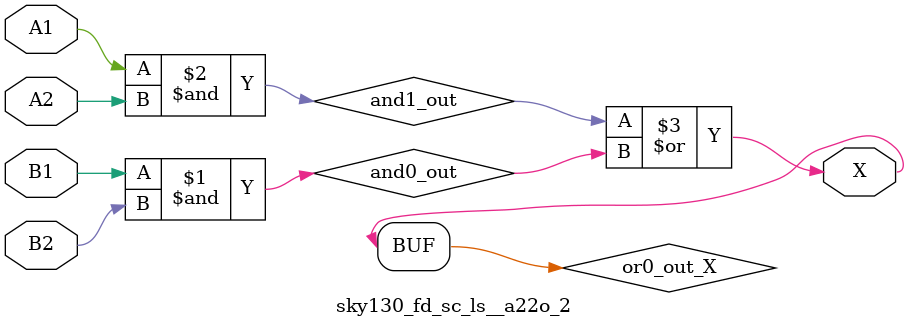
<source format=v>
/*
 * Copyright 2020 The SkyWater PDK Authors
 *
 * Licensed under the Apache License, Version 2.0 (the "License");
 * you may not use this file except in compliance with the License.
 * You may obtain a copy of the License at
 *
 *     https://www.apache.org/licenses/LICENSE-2.0
 *
 * Unless required by applicable law or agreed to in writing, software
 * distributed under the License is distributed on an "AS IS" BASIS,
 * WITHOUT WARRANTIES OR CONDITIONS OF ANY KIND, either express or implied.
 * See the License for the specific language governing permissions and
 * limitations under the License.
 *
 * SPDX-License-Identifier: Apache-2.0
*/


`ifndef SKY130_FD_SC_LS__A22O_2_FUNCTIONAL_V
`define SKY130_FD_SC_LS__A22O_2_FUNCTIONAL_V

/**
 * a22o: 2-input AND into both inputs of 2-input OR.
 *
 *       X = ((A1 & A2) | (B1 & B2))
 *
 * Verilog simulation functional model.
 */

`timescale 1ns / 1ps
`default_nettype none

`celldefine
module sky130_fd_sc_ls__a22o_2 (
    X ,
    A1,
    A2,
    B1,
    B2
);

    // Module ports
    output X ;
    input  A1;
    input  A2;
    input  B1;
    input  B2;

    // Local signals
    wire and0_out ;
    wire and1_out ;
    wire or0_out_X;

    //  Name  Output     Other arguments
    and and0 (and0_out , B1, B2            );
    and and1 (and1_out , A1, A2            );
    or  or0  (or0_out_X, and1_out, and0_out);
    buf buf0 (X        , or0_out_X         );

endmodule
`endcelldefine

`default_nettype wire
`endif  // SKY130_FD_SC_LS__A22O_2_FUNCTIONAL_V

</source>
